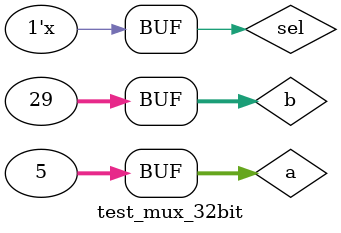
<source format=v>
`timescale 1ns / 1ps


module test_mux_32bit;

	// Inputs
	reg [31:0] a;
	reg [31:0] b;
	reg sel;

	// Outputs
	wire [31:0] y;

	// Instantiate the Unit Under Test (UUT)
	mux_32bit uut (
		.a(a), 
		.b(b), 
		.sel(sel), 
		.y(y)
	);

	initial begin
    a = 32'b01010;
    b = 32'b10101;
    sel = 1'b1;
    #10;
    a = 32'b00000;
    #10
    sel = 1'b1;
    #10;
    b = 32'b11111;
    #5;
    a= 32'b00101;
    #5;
    sel = 1'b0;
    b = 32'b11101;
	 #5;
	 sel = 1'bx;
    end
	  always @(a or b or sel)

    #1 $display("At t = %0d sel =%b a =%b b=%b y=%b",$time, sel, a, b, y);

      
endmodule


</source>
